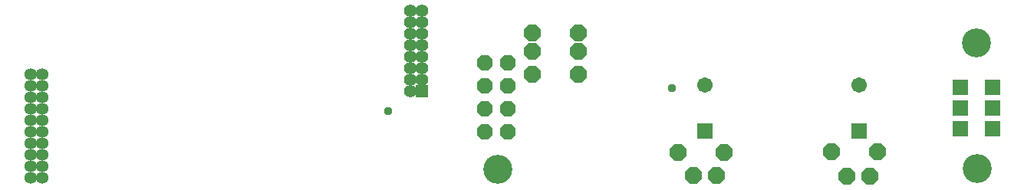
<source format=gbr>
G04 EAGLE Gerber RS-274X export*
G75*
%MOMM*%
%FSLAX34Y34*%
%LPD*%
%INSoldermask Top*%
%IPPOS*%
%AMOC8*
5,1,8,0,0,1.08239X$1,22.5*%
G01*
%ADD10C,3.203200*%
%ADD11R,1.711200X1.711200*%
%ADD12C,1.711200*%
%ADD13P,2.034460X8X22.500000*%
%ADD14P,2.034460X8X202.500000*%
%ADD15R,1.703200X1.703200*%
%ADD16P,1.869504X8X112.500000*%
%ADD17C,1.361200*%
%ADD18R,1.421200X1.421200*%
%ADD19C,1.421200*%
%ADD20C,0.959600*%


D10*
X675894Y280670D03*
X676148Y141732D03*
X147066Y140462D03*
D11*
X375920Y182780D03*
D12*
X375920Y233780D03*
D11*
X546100Y182780D03*
D12*
X546100Y233780D03*
D13*
X362712Y133858D03*
X388112Y133858D03*
X532130Y133096D03*
X557530Y133096D03*
D14*
X397002Y159004D03*
X346202Y159004D03*
X565912Y160274D03*
X515112Y160274D03*
D15*
X693140Y231140D03*
X658140Y231140D03*
X693140Y208280D03*
X658140Y208280D03*
X693140Y185420D03*
X658140Y185420D03*
D14*
X235712Y245415D03*
X184912Y245415D03*
X235864Y271170D03*
X185064Y271170D03*
X235763Y291592D03*
X184963Y291592D03*
D16*
X158496Y182118D03*
X158496Y207518D03*
X158496Y232918D03*
X158496Y258318D03*
X133096Y182118D03*
X133096Y207518D03*
X133096Y232918D03*
X133096Y258318D03*
D17*
X-355854Y131064D03*
X-355854Y143764D03*
X-355854Y156464D03*
X-355854Y169164D03*
X-355854Y181864D03*
X-355854Y194564D03*
X-355854Y207264D03*
X-355854Y219964D03*
X-355854Y232664D03*
X-355854Y245364D03*
X-368554Y245364D03*
X-368554Y232664D03*
X-368554Y219964D03*
X-368554Y207264D03*
X-368554Y194564D03*
X-368554Y181864D03*
X-368554Y169164D03*
X-368554Y156464D03*
X-368554Y143764D03*
X-368554Y131064D03*
D18*
X62992Y227330D03*
D19*
X50292Y227330D03*
X62992Y240030D03*
X50292Y240030D03*
X62992Y252730D03*
X50292Y252730D03*
X62992Y265430D03*
X50292Y265430D03*
X62992Y278130D03*
X50292Y278130D03*
X62992Y290830D03*
X50292Y290830D03*
X62992Y303530D03*
X50292Y303530D03*
X62992Y316230D03*
X50292Y316230D03*
D20*
X25908Y204724D03*
X339344Y230886D03*
M02*

</source>
